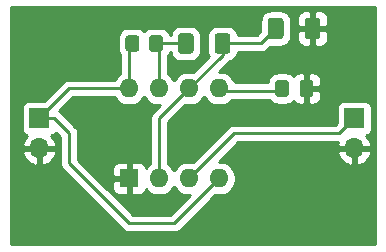
<source format=gbr>
%TF.GenerationSoftware,KiCad,Pcbnew,(5.1.8)-1*%
%TF.CreationDate,2020-12-30T23:34:54-06:00*%
%TF.ProjectId,Breakout_555,42726561-6b6f-4757-945f-3535352e6b69,rev?*%
%TF.SameCoordinates,Original*%
%TF.FileFunction,Copper,L1,Top*%
%TF.FilePolarity,Positive*%
%FSLAX46Y46*%
G04 Gerber Fmt 4.6, Leading zero omitted, Abs format (unit mm)*
G04 Created by KiCad (PCBNEW (5.1.8)-1) date 2020-12-30 23:34:54*
%MOMM*%
%LPD*%
G01*
G04 APERTURE LIST*
%TA.AperFunction,ComponentPad*%
%ADD10R,1.700000X1.700000*%
%TD*%
%TA.AperFunction,ComponentPad*%
%ADD11O,1.700000X1.700000*%
%TD*%
%TA.AperFunction,ComponentPad*%
%ADD12R,1.600000X1.600000*%
%TD*%
%TA.AperFunction,ComponentPad*%
%ADD13O,1.600000X1.600000*%
%TD*%
%TA.AperFunction,ViaPad*%
%ADD14C,0.800000*%
%TD*%
%TA.AperFunction,Conductor*%
%ADD15C,0.250000*%
%TD*%
%TA.AperFunction,Conductor*%
%ADD16C,0.254000*%
%TD*%
%TA.AperFunction,Conductor*%
%ADD17C,0.100000*%
%TD*%
G04 APERTURE END LIST*
D10*
%TO.P,BT1,1*%
%TO.N,+9V*%
X115570000Y-90170000D03*
D11*
%TO.P,BT1,2*%
%TO.N,GND*%
X115570000Y-92710000D03*
%TD*%
%TO.P,C1,1*%
%TO.N,/trig_thrs*%
%TA.AperFunction,SMDPad,CuDef*%
G36*
G01*
X134935000Y-83200002D02*
X134935000Y-81899998D01*
G75*
G02*
X135184998Y-81650000I249998J0D01*
G01*
X136010002Y-81650000D01*
G75*
G02*
X136260000Y-81899998I0J-249998D01*
G01*
X136260000Y-83200002D01*
G75*
G02*
X136010002Y-83450000I-249998J0D01*
G01*
X135184998Y-83450000D01*
G75*
G02*
X134935000Y-83200002I0J249998D01*
G01*
G37*
%TD.AperFunction*%
%TO.P,C1,2*%
%TO.N,GND*%
%TA.AperFunction,SMDPad,CuDef*%
G36*
G01*
X138060000Y-83200002D02*
X138060000Y-81899998D01*
G75*
G02*
X138309998Y-81650000I249998J0D01*
G01*
X139135002Y-81650000D01*
G75*
G02*
X139385000Y-81899998I0J-249998D01*
G01*
X139385000Y-83200002D01*
G75*
G02*
X139135002Y-83450000I-249998J0D01*
G01*
X138309998Y-83450000D01*
G75*
G02*
X138060000Y-83200002I0J249998D01*
G01*
G37*
%TD.AperFunction*%
%TD*%
%TO.P,C2,1*%
%TO.N,Net-(C2-Pad1)*%
%TA.AperFunction,SMDPad,CuDef*%
G36*
G01*
X135535000Y-88105000D02*
X135535000Y-87155000D01*
G75*
G02*
X135785000Y-86905000I250000J0D01*
G01*
X136460000Y-86905000D01*
G75*
G02*
X136710000Y-87155000I0J-250000D01*
G01*
X136710000Y-88105000D01*
G75*
G02*
X136460000Y-88355000I-250000J0D01*
G01*
X135785000Y-88355000D01*
G75*
G02*
X135535000Y-88105000I0J250000D01*
G01*
G37*
%TD.AperFunction*%
%TO.P,C2,2*%
%TO.N,GND*%
%TA.AperFunction,SMDPad,CuDef*%
G36*
G01*
X137610000Y-88105000D02*
X137610000Y-87155000D01*
G75*
G02*
X137860000Y-86905000I250000J0D01*
G01*
X138535000Y-86905000D01*
G75*
G02*
X138785000Y-87155000I0J-250000D01*
G01*
X138785000Y-88105000D01*
G75*
G02*
X138535000Y-88355000I-250000J0D01*
G01*
X137860000Y-88355000D01*
G75*
G02*
X137610000Y-88105000I0J250000D01*
G01*
G37*
%TD.AperFunction*%
%TD*%
%TO.P,R1,1*%
%TO.N,+9V*%
%TA.AperFunction,SMDPad,CuDef*%
G36*
G01*
X122860000Y-84270001D02*
X122860000Y-83369999D01*
G75*
G02*
X123109999Y-83120000I249999J0D01*
G01*
X123810001Y-83120000D01*
G75*
G02*
X124060000Y-83369999I0J-249999D01*
G01*
X124060000Y-84270001D01*
G75*
G02*
X123810001Y-84520000I-249999J0D01*
G01*
X123109999Y-84520000D01*
G75*
G02*
X122860000Y-84270001I0J249999D01*
G01*
G37*
%TD.AperFunction*%
%TO.P,R1,2*%
%TO.N,/dis*%
%TA.AperFunction,SMDPad,CuDef*%
G36*
G01*
X124860000Y-84270001D02*
X124860000Y-83369999D01*
G75*
G02*
X125109999Y-83120000I249999J0D01*
G01*
X125810001Y-83120000D01*
G75*
G02*
X126060000Y-83369999I0J-249999D01*
G01*
X126060000Y-84270001D01*
G75*
G02*
X125810001Y-84520000I-249999J0D01*
G01*
X125109999Y-84520000D01*
G75*
G02*
X124860000Y-84270001I0J249999D01*
G01*
G37*
%TD.AperFunction*%
%TD*%
%TO.P,R2,1*%
%TO.N,/dis*%
%TA.AperFunction,SMDPad,CuDef*%
G36*
G01*
X127340000Y-84445001D02*
X127340000Y-83194999D01*
G75*
G02*
X127589999Y-82945000I249999J0D01*
G01*
X128390001Y-82945000D01*
G75*
G02*
X128640000Y-83194999I0J-249999D01*
G01*
X128640000Y-84445001D01*
G75*
G02*
X128390001Y-84695000I-249999J0D01*
G01*
X127589999Y-84695000D01*
G75*
G02*
X127340000Y-84445001I0J249999D01*
G01*
G37*
%TD.AperFunction*%
%TO.P,R2,2*%
%TO.N,/trig_thrs*%
%TA.AperFunction,SMDPad,CuDef*%
G36*
G01*
X130440000Y-84445001D02*
X130440000Y-83194999D01*
G75*
G02*
X130689999Y-82945000I249999J0D01*
G01*
X131490001Y-82945000D01*
G75*
G02*
X131740000Y-83194999I0J-249999D01*
G01*
X131740000Y-84445001D01*
G75*
G02*
X131490001Y-84695000I-249999J0D01*
G01*
X130689999Y-84695000D01*
G75*
G02*
X130440000Y-84445001I0J249999D01*
G01*
G37*
%TD.AperFunction*%
%TD*%
D12*
%TO.P,U1,1*%
%TO.N,GND*%
X123190000Y-95250000D03*
D13*
%TO.P,U1,5*%
%TO.N,Net-(C2-Pad1)*%
X130810000Y-87630000D03*
%TO.P,U1,2*%
%TO.N,/trig_thrs*%
X125730000Y-95250000D03*
%TO.P,U1,6*%
X128270000Y-87630000D03*
%TO.P,U1,3*%
%TO.N,/clk*%
X128270000Y-95250000D03*
%TO.P,U1,7*%
%TO.N,/dis*%
X125730000Y-87630000D03*
%TO.P,U1,4*%
%TO.N,+9V*%
X130810000Y-95250000D03*
%TO.P,U1,8*%
X123190000Y-87630000D03*
%TD*%
D10*
%TO.P,J1,1*%
%TO.N,/clk*%
X142240000Y-90170000D03*
D11*
%TO.P,J1,2*%
%TO.N,GND*%
X142240000Y-92710000D03*
%TD*%
D14*
%TO.N,GND*%
X114300000Y-83185000D03*
X118745000Y-83185000D03*
X116840000Y-83185000D03*
X114300000Y-85090000D03*
X116840000Y-85090000D03*
X115570000Y-95885000D03*
X115570000Y-97790000D03*
X142240000Y-95250000D03*
X139700000Y-95250000D03*
X137160000Y-95250000D03*
X134620000Y-95250000D03*
X133350000Y-97155000D03*
X133350000Y-99060000D03*
X130810000Y-98425000D03*
X141605000Y-84455000D03*
X143510000Y-82550000D03*
X120015000Y-85725000D03*
X123190000Y-92710000D03*
%TD*%
D15*
%TO.N,+9V*%
X118110000Y-87630000D02*
X115570000Y-90170000D01*
X123190000Y-87630000D02*
X118110000Y-87630000D01*
X123190000Y-84090000D02*
X123460000Y-83820000D01*
X123190000Y-87630000D02*
X123190000Y-84090000D01*
X115570000Y-90170000D02*
X116840000Y-90170000D01*
X124814998Y-99060000D02*
X127000000Y-99060000D01*
X127000000Y-99060000D02*
X130810000Y-95250000D01*
X116840000Y-90170000D02*
X118110000Y-91440000D01*
X118110000Y-93980000D02*
X118110000Y-91440000D01*
X121920000Y-97790000D02*
X118110000Y-93980000D01*
X123190000Y-99060000D02*
X121920000Y-97790000D01*
X124814998Y-99060000D02*
X123190000Y-99060000D01*
%TO.N,/trig_thrs*%
X125730000Y-90170000D02*
X128270000Y-87630000D01*
X125730000Y-95250000D02*
X125730000Y-90170000D01*
X134327500Y-83820000D02*
X131090000Y-83820000D01*
X131090000Y-84810000D02*
X131090000Y-83820000D01*
X128270000Y-87630000D02*
X131090000Y-84810000D01*
X134327500Y-83820000D02*
X135597500Y-82550000D01*
%TO.N,Net-(C2-Pad1)*%
X131042500Y-87862500D02*
X130810000Y-87630000D01*
X135890000Y-87862500D02*
X131042500Y-87862500D01*
%TO.N,/clk*%
X128270000Y-95250000D02*
X132080000Y-91440000D01*
X140970000Y-91440000D02*
X142240000Y-90170000D01*
X132080000Y-91440000D02*
X140970000Y-91440000D01*
%TO.N,/dis*%
X127990000Y-83820000D02*
X125460000Y-83820000D01*
X125730000Y-84090000D02*
X125460000Y-83820000D01*
X125730000Y-87630000D02*
X125730000Y-84090000D01*
%TD*%
D16*
%TO.N,GND*%
X144018000Y-100838000D02*
X113157000Y-100838000D01*
X113157000Y-93066890D01*
X114128524Y-93066890D01*
X114173175Y-93214099D01*
X114298359Y-93476920D01*
X114472412Y-93710269D01*
X114688645Y-93905178D01*
X114938748Y-94054157D01*
X115213109Y-94151481D01*
X115443000Y-94030814D01*
X115443000Y-92837000D01*
X115697000Y-92837000D01*
X115697000Y-94030814D01*
X115926891Y-94151481D01*
X116201252Y-94054157D01*
X116451355Y-93905178D01*
X116667588Y-93710269D01*
X116841641Y-93476920D01*
X116966825Y-93214099D01*
X117011476Y-93066890D01*
X116890155Y-92837000D01*
X115697000Y-92837000D01*
X115443000Y-92837000D01*
X114249845Y-92837000D01*
X114128524Y-93066890D01*
X113157000Y-93066890D01*
X113157000Y-89320000D01*
X114081928Y-89320000D01*
X114081928Y-91020000D01*
X114094188Y-91144482D01*
X114130498Y-91264180D01*
X114189463Y-91374494D01*
X114268815Y-91471185D01*
X114365506Y-91550537D01*
X114475820Y-91609502D01*
X114556466Y-91633966D01*
X114472412Y-91709731D01*
X114298359Y-91943080D01*
X114173175Y-92205901D01*
X114128524Y-92353110D01*
X114249845Y-92583000D01*
X115443000Y-92583000D01*
X115443000Y-92563000D01*
X115697000Y-92563000D01*
X115697000Y-92583000D01*
X116890155Y-92583000D01*
X117011476Y-92353110D01*
X116966825Y-92205901D01*
X116841641Y-91943080D01*
X116667588Y-91709731D01*
X116583534Y-91633966D01*
X116664180Y-91609502D01*
X116774494Y-91550537D01*
X116871185Y-91471185D01*
X116950537Y-91374494D01*
X116957209Y-91362011D01*
X117350001Y-91754803D01*
X117350000Y-93942677D01*
X117346324Y-93980000D01*
X117350000Y-94017322D01*
X117350000Y-94017332D01*
X117360997Y-94128985D01*
X117404454Y-94272246D01*
X117475026Y-94404276D01*
X117512551Y-94450000D01*
X117569999Y-94520001D01*
X117599003Y-94543804D01*
X121408997Y-98353799D01*
X121409002Y-98353803D01*
X122626201Y-99571003D01*
X122649999Y-99600001D01*
X122765724Y-99694974D01*
X122897753Y-99765546D01*
X123041014Y-99809003D01*
X123152667Y-99820000D01*
X123152676Y-99820000D01*
X123189999Y-99823676D01*
X123227322Y-99820000D01*
X126962678Y-99820000D01*
X127000000Y-99823676D01*
X127037322Y-99820000D01*
X127037333Y-99820000D01*
X127148986Y-99809003D01*
X127292247Y-99765546D01*
X127424276Y-99694974D01*
X127540001Y-99600001D01*
X127563804Y-99570997D01*
X130486114Y-96648688D01*
X130668665Y-96685000D01*
X130951335Y-96685000D01*
X131228574Y-96629853D01*
X131489727Y-96521680D01*
X131724759Y-96364637D01*
X131924637Y-96164759D01*
X132081680Y-95929727D01*
X132189853Y-95668574D01*
X132245000Y-95391335D01*
X132245000Y-95108665D01*
X132189853Y-94831426D01*
X132081680Y-94570273D01*
X131924637Y-94335241D01*
X131724759Y-94135363D01*
X131489727Y-93978320D01*
X131228574Y-93870147D01*
X130951335Y-93815000D01*
X130779802Y-93815000D01*
X131527912Y-93066890D01*
X140798524Y-93066890D01*
X140843175Y-93214099D01*
X140968359Y-93476920D01*
X141142412Y-93710269D01*
X141358645Y-93905178D01*
X141608748Y-94054157D01*
X141883109Y-94151481D01*
X142113000Y-94030814D01*
X142113000Y-92837000D01*
X142367000Y-92837000D01*
X142367000Y-94030814D01*
X142596891Y-94151481D01*
X142871252Y-94054157D01*
X143121355Y-93905178D01*
X143337588Y-93710269D01*
X143511641Y-93476920D01*
X143636825Y-93214099D01*
X143681476Y-93066890D01*
X143560155Y-92837000D01*
X142367000Y-92837000D01*
X142113000Y-92837000D01*
X140919845Y-92837000D01*
X140798524Y-93066890D01*
X131527912Y-93066890D01*
X132394802Y-92200000D01*
X140845986Y-92200000D01*
X140843175Y-92205901D01*
X140798524Y-92353110D01*
X140919845Y-92583000D01*
X142113000Y-92583000D01*
X142113000Y-92563000D01*
X142367000Y-92563000D01*
X142367000Y-92583000D01*
X143560155Y-92583000D01*
X143681476Y-92353110D01*
X143636825Y-92205901D01*
X143511641Y-91943080D01*
X143337588Y-91709731D01*
X143253534Y-91633966D01*
X143334180Y-91609502D01*
X143444494Y-91550537D01*
X143541185Y-91471185D01*
X143620537Y-91374494D01*
X143679502Y-91264180D01*
X143715812Y-91144482D01*
X143728072Y-91020000D01*
X143728072Y-89320000D01*
X143715812Y-89195518D01*
X143679502Y-89075820D01*
X143620537Y-88965506D01*
X143541185Y-88868815D01*
X143444494Y-88789463D01*
X143334180Y-88730498D01*
X143214482Y-88694188D01*
X143090000Y-88681928D01*
X141390000Y-88681928D01*
X141265518Y-88694188D01*
X141145820Y-88730498D01*
X141035506Y-88789463D01*
X140938815Y-88868815D01*
X140859463Y-88965506D01*
X140800498Y-89075820D01*
X140764188Y-89195518D01*
X140751928Y-89320000D01*
X140751928Y-90583271D01*
X140655199Y-90680000D01*
X132117325Y-90680000D01*
X132080000Y-90676324D01*
X132042675Y-90680000D01*
X132042667Y-90680000D01*
X131931014Y-90690997D01*
X131787753Y-90734454D01*
X131655724Y-90805026D01*
X131539999Y-90899999D01*
X131516201Y-90928997D01*
X128593887Y-93851312D01*
X128411335Y-93815000D01*
X128128665Y-93815000D01*
X127851426Y-93870147D01*
X127590273Y-93978320D01*
X127355241Y-94135363D01*
X127155363Y-94335241D01*
X127000000Y-94567759D01*
X126844637Y-94335241D01*
X126644759Y-94135363D01*
X126490000Y-94031957D01*
X126490000Y-90484801D01*
X127946114Y-89028688D01*
X128128665Y-89065000D01*
X128411335Y-89065000D01*
X128688574Y-89009853D01*
X128949727Y-88901680D01*
X129184759Y-88744637D01*
X129384637Y-88544759D01*
X129540000Y-88312241D01*
X129695363Y-88544759D01*
X129895241Y-88744637D01*
X130130273Y-88901680D01*
X130391426Y-89009853D01*
X130668665Y-89065000D01*
X130951335Y-89065000D01*
X131228574Y-89009853D01*
X131489727Y-88901680D01*
X131724759Y-88744637D01*
X131846896Y-88622500D01*
X135066385Y-88622500D01*
X135157038Y-88732962D01*
X135291614Y-88843405D01*
X135445150Y-88925472D01*
X135611746Y-88976008D01*
X135785000Y-88993072D01*
X136460000Y-88993072D01*
X136633254Y-88976008D01*
X136799850Y-88925472D01*
X136953386Y-88843405D01*
X137087962Y-88732962D01*
X137093342Y-88726406D01*
X137158815Y-88806185D01*
X137255506Y-88885537D01*
X137365820Y-88944502D01*
X137485518Y-88980812D01*
X137610000Y-88993072D01*
X137911750Y-88990000D01*
X138070500Y-88831250D01*
X138070500Y-87757000D01*
X138324500Y-87757000D01*
X138324500Y-88831250D01*
X138483250Y-88990000D01*
X138785000Y-88993072D01*
X138909482Y-88980812D01*
X139029180Y-88944502D01*
X139139494Y-88885537D01*
X139236185Y-88806185D01*
X139315537Y-88709494D01*
X139374502Y-88599180D01*
X139410812Y-88479482D01*
X139423072Y-88355000D01*
X139420000Y-87915750D01*
X139261250Y-87757000D01*
X138324500Y-87757000D01*
X138070500Y-87757000D01*
X138050500Y-87757000D01*
X138050500Y-87503000D01*
X138070500Y-87503000D01*
X138070500Y-86428750D01*
X138324500Y-86428750D01*
X138324500Y-87503000D01*
X139261250Y-87503000D01*
X139420000Y-87344250D01*
X139423072Y-86905000D01*
X139410812Y-86780518D01*
X139374502Y-86660820D01*
X139315537Y-86550506D01*
X139236185Y-86453815D01*
X139139494Y-86374463D01*
X139029180Y-86315498D01*
X138909482Y-86279188D01*
X138785000Y-86266928D01*
X138483250Y-86270000D01*
X138324500Y-86428750D01*
X138070500Y-86428750D01*
X137911750Y-86270000D01*
X137610000Y-86266928D01*
X137485518Y-86279188D01*
X137365820Y-86315498D01*
X137255506Y-86374463D01*
X137158815Y-86453815D01*
X137093342Y-86533594D01*
X137087962Y-86527038D01*
X136953386Y-86416595D01*
X136799850Y-86334528D01*
X136633254Y-86283992D01*
X136460000Y-86266928D01*
X135785000Y-86266928D01*
X135611746Y-86283992D01*
X135445150Y-86334528D01*
X135291614Y-86416595D01*
X135157038Y-86527038D01*
X135046595Y-86661614D01*
X134964528Y-86815150D01*
X134913992Y-86981746D01*
X134902099Y-87102500D01*
X132144734Y-87102500D01*
X132081680Y-86950273D01*
X131924637Y-86715241D01*
X131724759Y-86515363D01*
X131489727Y-86358320D01*
X131228574Y-86250147D01*
X130951335Y-86195000D01*
X130779802Y-86195000D01*
X131601004Y-85373798D01*
X131630001Y-85350001D01*
X131657427Y-85316582D01*
X131663255Y-85316008D01*
X131829851Y-85265472D01*
X131983387Y-85183405D01*
X132117962Y-85072962D01*
X132228405Y-84938387D01*
X132310472Y-84784851D01*
X132361008Y-84618255D01*
X132364776Y-84580000D01*
X134290178Y-84580000D01*
X134327500Y-84583676D01*
X134364822Y-84580000D01*
X134364833Y-84580000D01*
X134476486Y-84569003D01*
X134619747Y-84525546D01*
X134751776Y-84454974D01*
X134867501Y-84360001D01*
X134891304Y-84330997D01*
X135138781Y-84083520D01*
X135184998Y-84088072D01*
X136010002Y-84088072D01*
X136183256Y-84071008D01*
X136349852Y-84020472D01*
X136503387Y-83938405D01*
X136637962Y-83827962D01*
X136748405Y-83693387D01*
X136830472Y-83539852D01*
X136857728Y-83450000D01*
X137421928Y-83450000D01*
X137434188Y-83574482D01*
X137470498Y-83694180D01*
X137529463Y-83804494D01*
X137608815Y-83901185D01*
X137705506Y-83980537D01*
X137815820Y-84039502D01*
X137935518Y-84075812D01*
X138060000Y-84088072D01*
X138436750Y-84085000D01*
X138595500Y-83926250D01*
X138595500Y-82677000D01*
X138849500Y-82677000D01*
X138849500Y-83926250D01*
X139008250Y-84085000D01*
X139385000Y-84088072D01*
X139509482Y-84075812D01*
X139629180Y-84039502D01*
X139739494Y-83980537D01*
X139836185Y-83901185D01*
X139915537Y-83804494D01*
X139974502Y-83694180D01*
X140010812Y-83574482D01*
X140023072Y-83450000D01*
X140020000Y-82835750D01*
X139861250Y-82677000D01*
X138849500Y-82677000D01*
X138595500Y-82677000D01*
X137583750Y-82677000D01*
X137425000Y-82835750D01*
X137421928Y-83450000D01*
X136857728Y-83450000D01*
X136881008Y-83373256D01*
X136898072Y-83200002D01*
X136898072Y-81899998D01*
X136881008Y-81726744D01*
X136857729Y-81650000D01*
X137421928Y-81650000D01*
X137425000Y-82264250D01*
X137583750Y-82423000D01*
X138595500Y-82423000D01*
X138595500Y-81173750D01*
X138849500Y-81173750D01*
X138849500Y-82423000D01*
X139861250Y-82423000D01*
X140020000Y-82264250D01*
X140023072Y-81650000D01*
X140010812Y-81525518D01*
X139974502Y-81405820D01*
X139915537Y-81295506D01*
X139836185Y-81198815D01*
X139739494Y-81119463D01*
X139629180Y-81060498D01*
X139509482Y-81024188D01*
X139385000Y-81011928D01*
X139008250Y-81015000D01*
X138849500Y-81173750D01*
X138595500Y-81173750D01*
X138436750Y-81015000D01*
X138060000Y-81011928D01*
X137935518Y-81024188D01*
X137815820Y-81060498D01*
X137705506Y-81119463D01*
X137608815Y-81198815D01*
X137529463Y-81295506D01*
X137470498Y-81405820D01*
X137434188Y-81525518D01*
X137421928Y-81650000D01*
X136857729Y-81650000D01*
X136830472Y-81560148D01*
X136748405Y-81406613D01*
X136637962Y-81272038D01*
X136503387Y-81161595D01*
X136349852Y-81079528D01*
X136183256Y-81028992D01*
X136010002Y-81011928D01*
X135184998Y-81011928D01*
X135011744Y-81028992D01*
X134845148Y-81079528D01*
X134691613Y-81161595D01*
X134557038Y-81272038D01*
X134446595Y-81406613D01*
X134364528Y-81560148D01*
X134313992Y-81726744D01*
X134296928Y-81899998D01*
X134296928Y-82775771D01*
X134012699Y-83060000D01*
X132364776Y-83060000D01*
X132361008Y-83021745D01*
X132310472Y-82855149D01*
X132228405Y-82701613D01*
X132117962Y-82567038D01*
X131983387Y-82456595D01*
X131829851Y-82374528D01*
X131663255Y-82323992D01*
X131490001Y-82306928D01*
X130689999Y-82306928D01*
X130516745Y-82323992D01*
X130350149Y-82374528D01*
X130196613Y-82456595D01*
X130062038Y-82567038D01*
X129951595Y-82701613D01*
X129869528Y-82855149D01*
X129818992Y-83021745D01*
X129801928Y-83194999D01*
X129801928Y-84445001D01*
X129818992Y-84618255D01*
X129869528Y-84784851D01*
X129929029Y-84896169D01*
X128593886Y-86231312D01*
X128411335Y-86195000D01*
X128128665Y-86195000D01*
X127851426Y-86250147D01*
X127590273Y-86358320D01*
X127355241Y-86515363D01*
X127155363Y-86715241D01*
X127000000Y-86947759D01*
X126844637Y-86715241D01*
X126644759Y-86515363D01*
X126490000Y-86411957D01*
X126490000Y-84834554D01*
X126548405Y-84763387D01*
X126630472Y-84609851D01*
X126639527Y-84580000D01*
X126715224Y-84580000D01*
X126718992Y-84618255D01*
X126769528Y-84784851D01*
X126851595Y-84938387D01*
X126962038Y-85072962D01*
X127096613Y-85183405D01*
X127250149Y-85265472D01*
X127416745Y-85316008D01*
X127589999Y-85333072D01*
X128390001Y-85333072D01*
X128563255Y-85316008D01*
X128729851Y-85265472D01*
X128883387Y-85183405D01*
X129017962Y-85072962D01*
X129128405Y-84938387D01*
X129210472Y-84784851D01*
X129261008Y-84618255D01*
X129278072Y-84445001D01*
X129278072Y-83194999D01*
X129261008Y-83021745D01*
X129210472Y-82855149D01*
X129128405Y-82701613D01*
X129017962Y-82567038D01*
X128883387Y-82456595D01*
X128729851Y-82374528D01*
X128563255Y-82323992D01*
X128390001Y-82306928D01*
X127589999Y-82306928D01*
X127416745Y-82323992D01*
X127250149Y-82374528D01*
X127096613Y-82456595D01*
X126962038Y-82567038D01*
X126851595Y-82701613D01*
X126769528Y-82855149D01*
X126718992Y-83021745D01*
X126715224Y-83060000D01*
X126639527Y-83060000D01*
X126630472Y-83030149D01*
X126548405Y-82876613D01*
X126437962Y-82742038D01*
X126303387Y-82631595D01*
X126149851Y-82549528D01*
X125983255Y-82498992D01*
X125810001Y-82481928D01*
X125109999Y-82481928D01*
X124936745Y-82498992D01*
X124770149Y-82549528D01*
X124616613Y-82631595D01*
X124482038Y-82742038D01*
X124460000Y-82768891D01*
X124437962Y-82742038D01*
X124303387Y-82631595D01*
X124149851Y-82549528D01*
X123983255Y-82498992D01*
X123810001Y-82481928D01*
X123109999Y-82481928D01*
X122936745Y-82498992D01*
X122770149Y-82549528D01*
X122616613Y-82631595D01*
X122482038Y-82742038D01*
X122371595Y-82876613D01*
X122289528Y-83030149D01*
X122238992Y-83196745D01*
X122221928Y-83369999D01*
X122221928Y-84270001D01*
X122238992Y-84443255D01*
X122289528Y-84609851D01*
X122371595Y-84763387D01*
X122430001Y-84834555D01*
X122430000Y-86411956D01*
X122275241Y-86515363D01*
X122075363Y-86715241D01*
X121971957Y-86870000D01*
X118147322Y-86870000D01*
X118109999Y-86866324D01*
X118072676Y-86870000D01*
X118072667Y-86870000D01*
X117961014Y-86880997D01*
X117817753Y-86924454D01*
X117685724Y-86995026D01*
X117685722Y-86995027D01*
X117685723Y-86995027D01*
X117598996Y-87066201D01*
X117598992Y-87066205D01*
X117569999Y-87089999D01*
X117546205Y-87118992D01*
X115983270Y-88681928D01*
X114720000Y-88681928D01*
X114595518Y-88694188D01*
X114475820Y-88730498D01*
X114365506Y-88789463D01*
X114268815Y-88868815D01*
X114189463Y-88965506D01*
X114130498Y-89075820D01*
X114094188Y-89195518D01*
X114081928Y-89320000D01*
X113157000Y-89320000D01*
X113157000Y-80772000D01*
X144018000Y-80772000D01*
X144018000Y-100838000D01*
%TA.AperFunction,Conductor*%
D17*
G36*
X144018000Y-100838000D02*
G01*
X113157000Y-100838000D01*
X113157000Y-93066890D01*
X114128524Y-93066890D01*
X114173175Y-93214099D01*
X114298359Y-93476920D01*
X114472412Y-93710269D01*
X114688645Y-93905178D01*
X114938748Y-94054157D01*
X115213109Y-94151481D01*
X115443000Y-94030814D01*
X115443000Y-92837000D01*
X115697000Y-92837000D01*
X115697000Y-94030814D01*
X115926891Y-94151481D01*
X116201252Y-94054157D01*
X116451355Y-93905178D01*
X116667588Y-93710269D01*
X116841641Y-93476920D01*
X116966825Y-93214099D01*
X117011476Y-93066890D01*
X116890155Y-92837000D01*
X115697000Y-92837000D01*
X115443000Y-92837000D01*
X114249845Y-92837000D01*
X114128524Y-93066890D01*
X113157000Y-93066890D01*
X113157000Y-89320000D01*
X114081928Y-89320000D01*
X114081928Y-91020000D01*
X114094188Y-91144482D01*
X114130498Y-91264180D01*
X114189463Y-91374494D01*
X114268815Y-91471185D01*
X114365506Y-91550537D01*
X114475820Y-91609502D01*
X114556466Y-91633966D01*
X114472412Y-91709731D01*
X114298359Y-91943080D01*
X114173175Y-92205901D01*
X114128524Y-92353110D01*
X114249845Y-92583000D01*
X115443000Y-92583000D01*
X115443000Y-92563000D01*
X115697000Y-92563000D01*
X115697000Y-92583000D01*
X116890155Y-92583000D01*
X117011476Y-92353110D01*
X116966825Y-92205901D01*
X116841641Y-91943080D01*
X116667588Y-91709731D01*
X116583534Y-91633966D01*
X116664180Y-91609502D01*
X116774494Y-91550537D01*
X116871185Y-91471185D01*
X116950537Y-91374494D01*
X116957209Y-91362011D01*
X117350001Y-91754803D01*
X117350000Y-93942677D01*
X117346324Y-93980000D01*
X117350000Y-94017322D01*
X117350000Y-94017332D01*
X117360997Y-94128985D01*
X117404454Y-94272246D01*
X117475026Y-94404276D01*
X117512551Y-94450000D01*
X117569999Y-94520001D01*
X117599003Y-94543804D01*
X121408997Y-98353799D01*
X121409002Y-98353803D01*
X122626201Y-99571003D01*
X122649999Y-99600001D01*
X122765724Y-99694974D01*
X122897753Y-99765546D01*
X123041014Y-99809003D01*
X123152667Y-99820000D01*
X123152676Y-99820000D01*
X123189999Y-99823676D01*
X123227322Y-99820000D01*
X126962678Y-99820000D01*
X127000000Y-99823676D01*
X127037322Y-99820000D01*
X127037333Y-99820000D01*
X127148986Y-99809003D01*
X127292247Y-99765546D01*
X127424276Y-99694974D01*
X127540001Y-99600001D01*
X127563804Y-99570997D01*
X130486114Y-96648688D01*
X130668665Y-96685000D01*
X130951335Y-96685000D01*
X131228574Y-96629853D01*
X131489727Y-96521680D01*
X131724759Y-96364637D01*
X131924637Y-96164759D01*
X132081680Y-95929727D01*
X132189853Y-95668574D01*
X132245000Y-95391335D01*
X132245000Y-95108665D01*
X132189853Y-94831426D01*
X132081680Y-94570273D01*
X131924637Y-94335241D01*
X131724759Y-94135363D01*
X131489727Y-93978320D01*
X131228574Y-93870147D01*
X130951335Y-93815000D01*
X130779802Y-93815000D01*
X131527912Y-93066890D01*
X140798524Y-93066890D01*
X140843175Y-93214099D01*
X140968359Y-93476920D01*
X141142412Y-93710269D01*
X141358645Y-93905178D01*
X141608748Y-94054157D01*
X141883109Y-94151481D01*
X142113000Y-94030814D01*
X142113000Y-92837000D01*
X142367000Y-92837000D01*
X142367000Y-94030814D01*
X142596891Y-94151481D01*
X142871252Y-94054157D01*
X143121355Y-93905178D01*
X143337588Y-93710269D01*
X143511641Y-93476920D01*
X143636825Y-93214099D01*
X143681476Y-93066890D01*
X143560155Y-92837000D01*
X142367000Y-92837000D01*
X142113000Y-92837000D01*
X140919845Y-92837000D01*
X140798524Y-93066890D01*
X131527912Y-93066890D01*
X132394802Y-92200000D01*
X140845986Y-92200000D01*
X140843175Y-92205901D01*
X140798524Y-92353110D01*
X140919845Y-92583000D01*
X142113000Y-92583000D01*
X142113000Y-92563000D01*
X142367000Y-92563000D01*
X142367000Y-92583000D01*
X143560155Y-92583000D01*
X143681476Y-92353110D01*
X143636825Y-92205901D01*
X143511641Y-91943080D01*
X143337588Y-91709731D01*
X143253534Y-91633966D01*
X143334180Y-91609502D01*
X143444494Y-91550537D01*
X143541185Y-91471185D01*
X143620537Y-91374494D01*
X143679502Y-91264180D01*
X143715812Y-91144482D01*
X143728072Y-91020000D01*
X143728072Y-89320000D01*
X143715812Y-89195518D01*
X143679502Y-89075820D01*
X143620537Y-88965506D01*
X143541185Y-88868815D01*
X143444494Y-88789463D01*
X143334180Y-88730498D01*
X143214482Y-88694188D01*
X143090000Y-88681928D01*
X141390000Y-88681928D01*
X141265518Y-88694188D01*
X141145820Y-88730498D01*
X141035506Y-88789463D01*
X140938815Y-88868815D01*
X140859463Y-88965506D01*
X140800498Y-89075820D01*
X140764188Y-89195518D01*
X140751928Y-89320000D01*
X140751928Y-90583271D01*
X140655199Y-90680000D01*
X132117325Y-90680000D01*
X132080000Y-90676324D01*
X132042675Y-90680000D01*
X132042667Y-90680000D01*
X131931014Y-90690997D01*
X131787753Y-90734454D01*
X131655724Y-90805026D01*
X131539999Y-90899999D01*
X131516201Y-90928997D01*
X128593887Y-93851312D01*
X128411335Y-93815000D01*
X128128665Y-93815000D01*
X127851426Y-93870147D01*
X127590273Y-93978320D01*
X127355241Y-94135363D01*
X127155363Y-94335241D01*
X127000000Y-94567759D01*
X126844637Y-94335241D01*
X126644759Y-94135363D01*
X126490000Y-94031957D01*
X126490000Y-90484801D01*
X127946114Y-89028688D01*
X128128665Y-89065000D01*
X128411335Y-89065000D01*
X128688574Y-89009853D01*
X128949727Y-88901680D01*
X129184759Y-88744637D01*
X129384637Y-88544759D01*
X129540000Y-88312241D01*
X129695363Y-88544759D01*
X129895241Y-88744637D01*
X130130273Y-88901680D01*
X130391426Y-89009853D01*
X130668665Y-89065000D01*
X130951335Y-89065000D01*
X131228574Y-89009853D01*
X131489727Y-88901680D01*
X131724759Y-88744637D01*
X131846896Y-88622500D01*
X135066385Y-88622500D01*
X135157038Y-88732962D01*
X135291614Y-88843405D01*
X135445150Y-88925472D01*
X135611746Y-88976008D01*
X135785000Y-88993072D01*
X136460000Y-88993072D01*
X136633254Y-88976008D01*
X136799850Y-88925472D01*
X136953386Y-88843405D01*
X137087962Y-88732962D01*
X137093342Y-88726406D01*
X137158815Y-88806185D01*
X137255506Y-88885537D01*
X137365820Y-88944502D01*
X137485518Y-88980812D01*
X137610000Y-88993072D01*
X137911750Y-88990000D01*
X138070500Y-88831250D01*
X138070500Y-87757000D01*
X138324500Y-87757000D01*
X138324500Y-88831250D01*
X138483250Y-88990000D01*
X138785000Y-88993072D01*
X138909482Y-88980812D01*
X139029180Y-88944502D01*
X139139494Y-88885537D01*
X139236185Y-88806185D01*
X139315537Y-88709494D01*
X139374502Y-88599180D01*
X139410812Y-88479482D01*
X139423072Y-88355000D01*
X139420000Y-87915750D01*
X139261250Y-87757000D01*
X138324500Y-87757000D01*
X138070500Y-87757000D01*
X138050500Y-87757000D01*
X138050500Y-87503000D01*
X138070500Y-87503000D01*
X138070500Y-86428750D01*
X138324500Y-86428750D01*
X138324500Y-87503000D01*
X139261250Y-87503000D01*
X139420000Y-87344250D01*
X139423072Y-86905000D01*
X139410812Y-86780518D01*
X139374502Y-86660820D01*
X139315537Y-86550506D01*
X139236185Y-86453815D01*
X139139494Y-86374463D01*
X139029180Y-86315498D01*
X138909482Y-86279188D01*
X138785000Y-86266928D01*
X138483250Y-86270000D01*
X138324500Y-86428750D01*
X138070500Y-86428750D01*
X137911750Y-86270000D01*
X137610000Y-86266928D01*
X137485518Y-86279188D01*
X137365820Y-86315498D01*
X137255506Y-86374463D01*
X137158815Y-86453815D01*
X137093342Y-86533594D01*
X137087962Y-86527038D01*
X136953386Y-86416595D01*
X136799850Y-86334528D01*
X136633254Y-86283992D01*
X136460000Y-86266928D01*
X135785000Y-86266928D01*
X135611746Y-86283992D01*
X135445150Y-86334528D01*
X135291614Y-86416595D01*
X135157038Y-86527038D01*
X135046595Y-86661614D01*
X134964528Y-86815150D01*
X134913992Y-86981746D01*
X134902099Y-87102500D01*
X132144734Y-87102500D01*
X132081680Y-86950273D01*
X131924637Y-86715241D01*
X131724759Y-86515363D01*
X131489727Y-86358320D01*
X131228574Y-86250147D01*
X130951335Y-86195000D01*
X130779802Y-86195000D01*
X131601004Y-85373798D01*
X131630001Y-85350001D01*
X131657427Y-85316582D01*
X131663255Y-85316008D01*
X131829851Y-85265472D01*
X131983387Y-85183405D01*
X132117962Y-85072962D01*
X132228405Y-84938387D01*
X132310472Y-84784851D01*
X132361008Y-84618255D01*
X132364776Y-84580000D01*
X134290178Y-84580000D01*
X134327500Y-84583676D01*
X134364822Y-84580000D01*
X134364833Y-84580000D01*
X134476486Y-84569003D01*
X134619747Y-84525546D01*
X134751776Y-84454974D01*
X134867501Y-84360001D01*
X134891304Y-84330997D01*
X135138781Y-84083520D01*
X135184998Y-84088072D01*
X136010002Y-84088072D01*
X136183256Y-84071008D01*
X136349852Y-84020472D01*
X136503387Y-83938405D01*
X136637962Y-83827962D01*
X136748405Y-83693387D01*
X136830472Y-83539852D01*
X136857728Y-83450000D01*
X137421928Y-83450000D01*
X137434188Y-83574482D01*
X137470498Y-83694180D01*
X137529463Y-83804494D01*
X137608815Y-83901185D01*
X137705506Y-83980537D01*
X137815820Y-84039502D01*
X137935518Y-84075812D01*
X138060000Y-84088072D01*
X138436750Y-84085000D01*
X138595500Y-83926250D01*
X138595500Y-82677000D01*
X138849500Y-82677000D01*
X138849500Y-83926250D01*
X139008250Y-84085000D01*
X139385000Y-84088072D01*
X139509482Y-84075812D01*
X139629180Y-84039502D01*
X139739494Y-83980537D01*
X139836185Y-83901185D01*
X139915537Y-83804494D01*
X139974502Y-83694180D01*
X140010812Y-83574482D01*
X140023072Y-83450000D01*
X140020000Y-82835750D01*
X139861250Y-82677000D01*
X138849500Y-82677000D01*
X138595500Y-82677000D01*
X137583750Y-82677000D01*
X137425000Y-82835750D01*
X137421928Y-83450000D01*
X136857728Y-83450000D01*
X136881008Y-83373256D01*
X136898072Y-83200002D01*
X136898072Y-81899998D01*
X136881008Y-81726744D01*
X136857729Y-81650000D01*
X137421928Y-81650000D01*
X137425000Y-82264250D01*
X137583750Y-82423000D01*
X138595500Y-82423000D01*
X138595500Y-81173750D01*
X138849500Y-81173750D01*
X138849500Y-82423000D01*
X139861250Y-82423000D01*
X140020000Y-82264250D01*
X140023072Y-81650000D01*
X140010812Y-81525518D01*
X139974502Y-81405820D01*
X139915537Y-81295506D01*
X139836185Y-81198815D01*
X139739494Y-81119463D01*
X139629180Y-81060498D01*
X139509482Y-81024188D01*
X139385000Y-81011928D01*
X139008250Y-81015000D01*
X138849500Y-81173750D01*
X138595500Y-81173750D01*
X138436750Y-81015000D01*
X138060000Y-81011928D01*
X137935518Y-81024188D01*
X137815820Y-81060498D01*
X137705506Y-81119463D01*
X137608815Y-81198815D01*
X137529463Y-81295506D01*
X137470498Y-81405820D01*
X137434188Y-81525518D01*
X137421928Y-81650000D01*
X136857729Y-81650000D01*
X136830472Y-81560148D01*
X136748405Y-81406613D01*
X136637962Y-81272038D01*
X136503387Y-81161595D01*
X136349852Y-81079528D01*
X136183256Y-81028992D01*
X136010002Y-81011928D01*
X135184998Y-81011928D01*
X135011744Y-81028992D01*
X134845148Y-81079528D01*
X134691613Y-81161595D01*
X134557038Y-81272038D01*
X134446595Y-81406613D01*
X134364528Y-81560148D01*
X134313992Y-81726744D01*
X134296928Y-81899998D01*
X134296928Y-82775771D01*
X134012699Y-83060000D01*
X132364776Y-83060000D01*
X132361008Y-83021745D01*
X132310472Y-82855149D01*
X132228405Y-82701613D01*
X132117962Y-82567038D01*
X131983387Y-82456595D01*
X131829851Y-82374528D01*
X131663255Y-82323992D01*
X131490001Y-82306928D01*
X130689999Y-82306928D01*
X130516745Y-82323992D01*
X130350149Y-82374528D01*
X130196613Y-82456595D01*
X130062038Y-82567038D01*
X129951595Y-82701613D01*
X129869528Y-82855149D01*
X129818992Y-83021745D01*
X129801928Y-83194999D01*
X129801928Y-84445001D01*
X129818992Y-84618255D01*
X129869528Y-84784851D01*
X129929029Y-84896169D01*
X128593886Y-86231312D01*
X128411335Y-86195000D01*
X128128665Y-86195000D01*
X127851426Y-86250147D01*
X127590273Y-86358320D01*
X127355241Y-86515363D01*
X127155363Y-86715241D01*
X127000000Y-86947759D01*
X126844637Y-86715241D01*
X126644759Y-86515363D01*
X126490000Y-86411957D01*
X126490000Y-84834554D01*
X126548405Y-84763387D01*
X126630472Y-84609851D01*
X126639527Y-84580000D01*
X126715224Y-84580000D01*
X126718992Y-84618255D01*
X126769528Y-84784851D01*
X126851595Y-84938387D01*
X126962038Y-85072962D01*
X127096613Y-85183405D01*
X127250149Y-85265472D01*
X127416745Y-85316008D01*
X127589999Y-85333072D01*
X128390001Y-85333072D01*
X128563255Y-85316008D01*
X128729851Y-85265472D01*
X128883387Y-85183405D01*
X129017962Y-85072962D01*
X129128405Y-84938387D01*
X129210472Y-84784851D01*
X129261008Y-84618255D01*
X129278072Y-84445001D01*
X129278072Y-83194999D01*
X129261008Y-83021745D01*
X129210472Y-82855149D01*
X129128405Y-82701613D01*
X129017962Y-82567038D01*
X128883387Y-82456595D01*
X128729851Y-82374528D01*
X128563255Y-82323992D01*
X128390001Y-82306928D01*
X127589999Y-82306928D01*
X127416745Y-82323992D01*
X127250149Y-82374528D01*
X127096613Y-82456595D01*
X126962038Y-82567038D01*
X126851595Y-82701613D01*
X126769528Y-82855149D01*
X126718992Y-83021745D01*
X126715224Y-83060000D01*
X126639527Y-83060000D01*
X126630472Y-83030149D01*
X126548405Y-82876613D01*
X126437962Y-82742038D01*
X126303387Y-82631595D01*
X126149851Y-82549528D01*
X125983255Y-82498992D01*
X125810001Y-82481928D01*
X125109999Y-82481928D01*
X124936745Y-82498992D01*
X124770149Y-82549528D01*
X124616613Y-82631595D01*
X124482038Y-82742038D01*
X124460000Y-82768891D01*
X124437962Y-82742038D01*
X124303387Y-82631595D01*
X124149851Y-82549528D01*
X123983255Y-82498992D01*
X123810001Y-82481928D01*
X123109999Y-82481928D01*
X122936745Y-82498992D01*
X122770149Y-82549528D01*
X122616613Y-82631595D01*
X122482038Y-82742038D01*
X122371595Y-82876613D01*
X122289528Y-83030149D01*
X122238992Y-83196745D01*
X122221928Y-83369999D01*
X122221928Y-84270001D01*
X122238992Y-84443255D01*
X122289528Y-84609851D01*
X122371595Y-84763387D01*
X122430001Y-84834555D01*
X122430000Y-86411956D01*
X122275241Y-86515363D01*
X122075363Y-86715241D01*
X121971957Y-86870000D01*
X118147322Y-86870000D01*
X118109999Y-86866324D01*
X118072676Y-86870000D01*
X118072667Y-86870000D01*
X117961014Y-86880997D01*
X117817753Y-86924454D01*
X117685724Y-86995026D01*
X117685722Y-86995027D01*
X117685723Y-86995027D01*
X117598996Y-87066201D01*
X117598992Y-87066205D01*
X117569999Y-87089999D01*
X117546205Y-87118992D01*
X115983270Y-88681928D01*
X114720000Y-88681928D01*
X114595518Y-88694188D01*
X114475820Y-88730498D01*
X114365506Y-88789463D01*
X114268815Y-88868815D01*
X114189463Y-88965506D01*
X114130498Y-89075820D01*
X114094188Y-89195518D01*
X114081928Y-89320000D01*
X113157000Y-89320000D01*
X113157000Y-80772000D01*
X144018000Y-80772000D01*
X144018000Y-100838000D01*
G37*
%TD.AperFunction*%
D16*
X124615363Y-88544759D02*
X124815241Y-88744637D01*
X125050273Y-88901680D01*
X125311426Y-89009853D01*
X125588665Y-89065000D01*
X125760199Y-89065000D01*
X125218998Y-89606201D01*
X125190000Y-89629999D01*
X125166202Y-89658997D01*
X125166201Y-89658998D01*
X125095026Y-89745724D01*
X125024454Y-89877754D01*
X124980998Y-90021015D01*
X124966324Y-90170000D01*
X124970001Y-90207332D01*
X124970000Y-94031956D01*
X124815241Y-94135363D01*
X124616643Y-94333961D01*
X124615812Y-94325518D01*
X124579502Y-94205820D01*
X124520537Y-94095506D01*
X124441185Y-93998815D01*
X124344494Y-93919463D01*
X124234180Y-93860498D01*
X124114482Y-93824188D01*
X123990000Y-93811928D01*
X123475750Y-93815000D01*
X123317000Y-93973750D01*
X123317000Y-95123000D01*
X123337000Y-95123000D01*
X123337000Y-95377000D01*
X123317000Y-95377000D01*
X123317000Y-96526250D01*
X123475750Y-96685000D01*
X123990000Y-96688072D01*
X124114482Y-96675812D01*
X124234180Y-96639502D01*
X124344494Y-96580537D01*
X124441185Y-96501185D01*
X124520537Y-96404494D01*
X124579502Y-96294180D01*
X124615812Y-96174482D01*
X124616643Y-96166039D01*
X124815241Y-96364637D01*
X125050273Y-96521680D01*
X125311426Y-96629853D01*
X125588665Y-96685000D01*
X125871335Y-96685000D01*
X126148574Y-96629853D01*
X126409727Y-96521680D01*
X126644759Y-96364637D01*
X126844637Y-96164759D01*
X127000000Y-95932241D01*
X127155363Y-96164759D01*
X127355241Y-96364637D01*
X127590273Y-96521680D01*
X127851426Y-96629853D01*
X128128665Y-96685000D01*
X128300199Y-96685000D01*
X126685199Y-98300000D01*
X123504802Y-98300000D01*
X122483803Y-97279002D01*
X122483799Y-97278997D01*
X121254802Y-96050000D01*
X121751928Y-96050000D01*
X121764188Y-96174482D01*
X121800498Y-96294180D01*
X121859463Y-96404494D01*
X121938815Y-96501185D01*
X122035506Y-96580537D01*
X122145820Y-96639502D01*
X122265518Y-96675812D01*
X122390000Y-96688072D01*
X122904250Y-96685000D01*
X123063000Y-96526250D01*
X123063000Y-95377000D01*
X121913750Y-95377000D01*
X121755000Y-95535750D01*
X121751928Y-96050000D01*
X121254802Y-96050000D01*
X119654802Y-94450000D01*
X121751928Y-94450000D01*
X121755000Y-94964250D01*
X121913750Y-95123000D01*
X123063000Y-95123000D01*
X123063000Y-93973750D01*
X122904250Y-93815000D01*
X122390000Y-93811928D01*
X122265518Y-93824188D01*
X122145820Y-93860498D01*
X122035506Y-93919463D01*
X121938815Y-93998815D01*
X121859463Y-94095506D01*
X121800498Y-94205820D01*
X121764188Y-94325518D01*
X121751928Y-94450000D01*
X119654802Y-94450000D01*
X118870000Y-93665199D01*
X118870000Y-91477322D01*
X118873676Y-91439999D01*
X118870000Y-91402676D01*
X118870000Y-91402667D01*
X118859003Y-91291014D01*
X118815546Y-91147753D01*
X118744974Y-91015724D01*
X118650001Y-90899999D01*
X118621003Y-90876201D01*
X117403804Y-89659003D01*
X117380001Y-89629999D01*
X117272789Y-89542013D01*
X118424803Y-88390000D01*
X121971957Y-88390000D01*
X122075363Y-88544759D01*
X122275241Y-88744637D01*
X122510273Y-88901680D01*
X122771426Y-89009853D01*
X123048665Y-89065000D01*
X123331335Y-89065000D01*
X123608574Y-89009853D01*
X123869727Y-88901680D01*
X124104759Y-88744637D01*
X124304637Y-88544759D01*
X124460000Y-88312241D01*
X124615363Y-88544759D01*
%TA.AperFunction,Conductor*%
D17*
G36*
X124615363Y-88544759D02*
G01*
X124815241Y-88744637D01*
X125050273Y-88901680D01*
X125311426Y-89009853D01*
X125588665Y-89065000D01*
X125760199Y-89065000D01*
X125218998Y-89606201D01*
X125190000Y-89629999D01*
X125166202Y-89658997D01*
X125166201Y-89658998D01*
X125095026Y-89745724D01*
X125024454Y-89877754D01*
X124980998Y-90021015D01*
X124966324Y-90170000D01*
X124970001Y-90207332D01*
X124970000Y-94031956D01*
X124815241Y-94135363D01*
X124616643Y-94333961D01*
X124615812Y-94325518D01*
X124579502Y-94205820D01*
X124520537Y-94095506D01*
X124441185Y-93998815D01*
X124344494Y-93919463D01*
X124234180Y-93860498D01*
X124114482Y-93824188D01*
X123990000Y-93811928D01*
X123475750Y-93815000D01*
X123317000Y-93973750D01*
X123317000Y-95123000D01*
X123337000Y-95123000D01*
X123337000Y-95377000D01*
X123317000Y-95377000D01*
X123317000Y-96526250D01*
X123475750Y-96685000D01*
X123990000Y-96688072D01*
X124114482Y-96675812D01*
X124234180Y-96639502D01*
X124344494Y-96580537D01*
X124441185Y-96501185D01*
X124520537Y-96404494D01*
X124579502Y-96294180D01*
X124615812Y-96174482D01*
X124616643Y-96166039D01*
X124815241Y-96364637D01*
X125050273Y-96521680D01*
X125311426Y-96629853D01*
X125588665Y-96685000D01*
X125871335Y-96685000D01*
X126148574Y-96629853D01*
X126409727Y-96521680D01*
X126644759Y-96364637D01*
X126844637Y-96164759D01*
X127000000Y-95932241D01*
X127155363Y-96164759D01*
X127355241Y-96364637D01*
X127590273Y-96521680D01*
X127851426Y-96629853D01*
X128128665Y-96685000D01*
X128300199Y-96685000D01*
X126685199Y-98300000D01*
X123504802Y-98300000D01*
X122483803Y-97279002D01*
X122483799Y-97278997D01*
X121254802Y-96050000D01*
X121751928Y-96050000D01*
X121764188Y-96174482D01*
X121800498Y-96294180D01*
X121859463Y-96404494D01*
X121938815Y-96501185D01*
X122035506Y-96580537D01*
X122145820Y-96639502D01*
X122265518Y-96675812D01*
X122390000Y-96688072D01*
X122904250Y-96685000D01*
X123063000Y-96526250D01*
X123063000Y-95377000D01*
X121913750Y-95377000D01*
X121755000Y-95535750D01*
X121751928Y-96050000D01*
X121254802Y-96050000D01*
X119654802Y-94450000D01*
X121751928Y-94450000D01*
X121755000Y-94964250D01*
X121913750Y-95123000D01*
X123063000Y-95123000D01*
X123063000Y-93973750D01*
X122904250Y-93815000D01*
X122390000Y-93811928D01*
X122265518Y-93824188D01*
X122145820Y-93860498D01*
X122035506Y-93919463D01*
X121938815Y-93998815D01*
X121859463Y-94095506D01*
X121800498Y-94205820D01*
X121764188Y-94325518D01*
X121751928Y-94450000D01*
X119654802Y-94450000D01*
X118870000Y-93665199D01*
X118870000Y-91477322D01*
X118873676Y-91439999D01*
X118870000Y-91402676D01*
X118870000Y-91402667D01*
X118859003Y-91291014D01*
X118815546Y-91147753D01*
X118744974Y-91015724D01*
X118650001Y-90899999D01*
X118621003Y-90876201D01*
X117403804Y-89659003D01*
X117380001Y-89629999D01*
X117272789Y-89542013D01*
X118424803Y-88390000D01*
X121971957Y-88390000D01*
X122075363Y-88544759D01*
X122275241Y-88744637D01*
X122510273Y-88901680D01*
X122771426Y-89009853D01*
X123048665Y-89065000D01*
X123331335Y-89065000D01*
X123608574Y-89009853D01*
X123869727Y-88901680D01*
X124104759Y-88744637D01*
X124304637Y-88544759D01*
X124460000Y-88312241D01*
X124615363Y-88544759D01*
G37*
%TD.AperFunction*%
%TD*%
M02*

</source>
